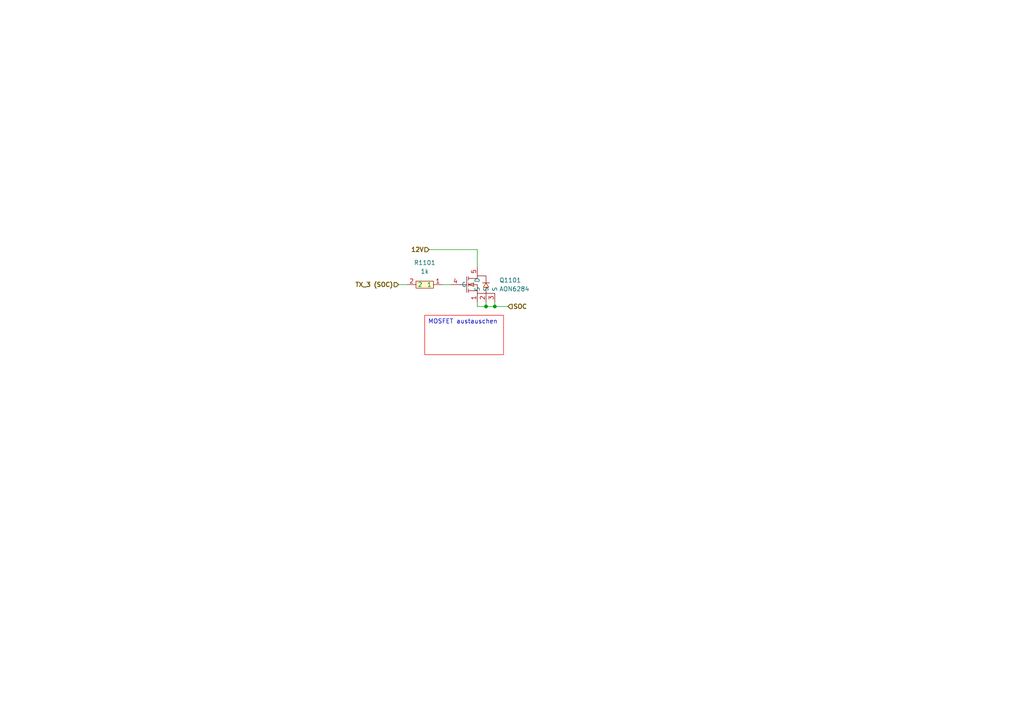
<source format=kicad_sch>
(kicad_sch (version 20231120) (generator "eeschema") (generator_version "8.0")
  (paper "A4")
  (title_block (title "E-Kart Option 1") (date "2025-04-01") (rev "1") (company "Leomax") (comment 1 "zentrale Steuer- und Kommunkationsplatine") (comment 2 "Bachelorarbiet") (comment 3 "Sebastian Hampl"))
  (lib_symbols
    (symbol "easyeda2kicad:0603WAF1001T5E"
      (property "Reference" "R" (at 0 5.08 0))
      (property "Value" "0603WAF1001T5E" (at 0 -5.08 0))
      (symbol "0603WAF1001T5E_0_1"
        (rectangle (start -2.54 1.02) (end 2.54 -1.02) (fill (type background)))
        (pin input line (at -5.08 0 0) (length 2.54) (name "1") (number "1"))
        (pin input line (at 5.08 0 180) (length 2.54) (name "2") (number "2"))
      )
    )
    (symbol "easyeda2kicad:AON6284"
      (property "Reference" "Q" (at 0 10.16 0))
      (property "Value" "AON6284" (at 0 -10.16 0))
      (symbol "AON6284_0_1"
        (polyline (pts (xy -5.08 0) (xy -3.05 0)))
        (polyline (pts (xy -3.05 2.29) (xy -3.05 -2.29)))
        (polyline (pts (xy -2.54 -2.29) (xy -2.54 -1.27)))
        (polyline (pts (xy -2.54 -0.51) (xy -2.54 0.51)))
        (polyline (pts (xy -2.54 2.29) (xy -2.54 1.27)))
        (polyline (pts (xy 0 -1.78) (xy -2.54 -1.78)))
        (polyline (pts (xy -2.54 0) (xy -1.02 -0.51) (xy -1.02 0.51) (xy -2.54 0)) (fill (type background)))
        (polyline (pts (xy 2.54 0.51) (xy 1.78 -0.76) (xy 3.3 -0.76) (xy 2.54 0.51)) (fill (type background)))
        (polyline (pts (xy 3.56 0.51) (xy 3.05 0.51) (xy 2.03 0.51) (xy 1.52 0.51)))
        (polyline (pts (xy -2.54 0) (xy 0 0) (xy 0 -2.54) (xy 5.08 -2.54) (xy 2.54 -2.54) (xy 2.54 -0.76)))
        (polyline (pts (xy -2.54 1.78) (xy 0 1.78) (xy 0 2.54) (xy 2.54 2.54) (xy 2.54 2.54) (xy 2.54 0.51)))
        (pin unspecified line (at 0 -5.08 90) (length 2.54) (name "S") (number "1"))
        (pin unspecified line (at 2.54 -5.08 90) (length 2.54) (name "S") (number "2"))
        (pin unspecified line (at 5.08 -5.08 90) (length 2.54) (name "S") (number "3"))
        (pin unspecified line (at -7.62 0 0) (length 2.54) (name "G") (number "4"))
        (pin unspecified line (at 0 5.08 270) (length 2.54) (name "D") (number "5"))
      )
    )
  )
  (junction (at 140.97 88.9))
  (junction (at 143.51 88.9))
  (wire (pts (xy 140.97 88.9) (xy 138.43 88.9)))
  (wire (pts (xy 115.57 82.55) (xy 118.11 82.55)))
  (wire (pts (xy 143.51 88.9) (xy 140.97 88.9)))
  (wire (pts (xy 138.43 88.9) (xy 138.43 87.63)))
  (wire (pts (xy 128.27 82.55) (xy 130.81 82.55)))
  (wire (pts (xy 140.97 87.63) (xy 140.97 88.9)))
  (wire (pts (xy 124.46 72.39) (xy 138.43 72.39)))
  (wire (pts (xy 143.51 87.63) (xy 143.51 88.9)))
  (wire (pts (xy 143.51 88.9) (xy 147.32 88.9)))
  (wire (pts (xy 138.43 72.39) (xy 138.43 77.47)))
  (text_box "MOSFET austauschen" (at 123.19 91.44 0) (size 22.86 11.43) (stroke (width 0) (color 255 0 0 1)) (effects (font (size 1.27 1.27)) (justify left top)))
  (hierarchical_label "SOC" (shape input) (at 147.32 88.9 0) (effects (font (thickness 0.254) (bold yes))))
  (hierarchical_label "12V" (shape input) (at 124.46 72.39 180) (effects (font (thickness 0.254) (bold yes))))
  (hierarchical_label "TX_3 (SOC)" (shape input) (at 115.57 82.55 180) (effects (font (thickness 0.254) (bold yes))))
  (symbol (lib_id "easyeda2kicad:AON6284") (at 138.43 82.55 0) (unit 1)
    (property "Reference" "Q1101" (at 144.78 81.2799 0) (effects (justify left)))
    (property "Value" "AON6284" (at 144.78 83.8199 0) (effects (justify left)))
    (property "Footprint" "easyeda2kicad:POWERVDFN-8_L6.2-W5.2-P1.27-LS6.0-BL" (effects (hide yes)))
    (property "LCSC Part" "C3277770" (effects (hide yes)))
  )
  (symbol (lib_id "easyeda2kicad:0603WAF1001T5E") (at 123.19 82.55 180) (unit 1)
    (property "Reference" "R1101" (at 123.19 76.2 0))
    (property "Value" "1k" (at 123.19 78.74 0))
    (property "Footprint" "easyeda2kicad:R0603" (effects (hide yes)))
    (property "Datasheet" "https://lcsc.com/product-detail/Chip-Resistor-Surface-Mount-UniOhm_1KR-1001-1_C21190.html" (effects (hide yes)))
    (property "LCSC Part" "C21190" (effects (hide yes)))
  )
)
</source>
